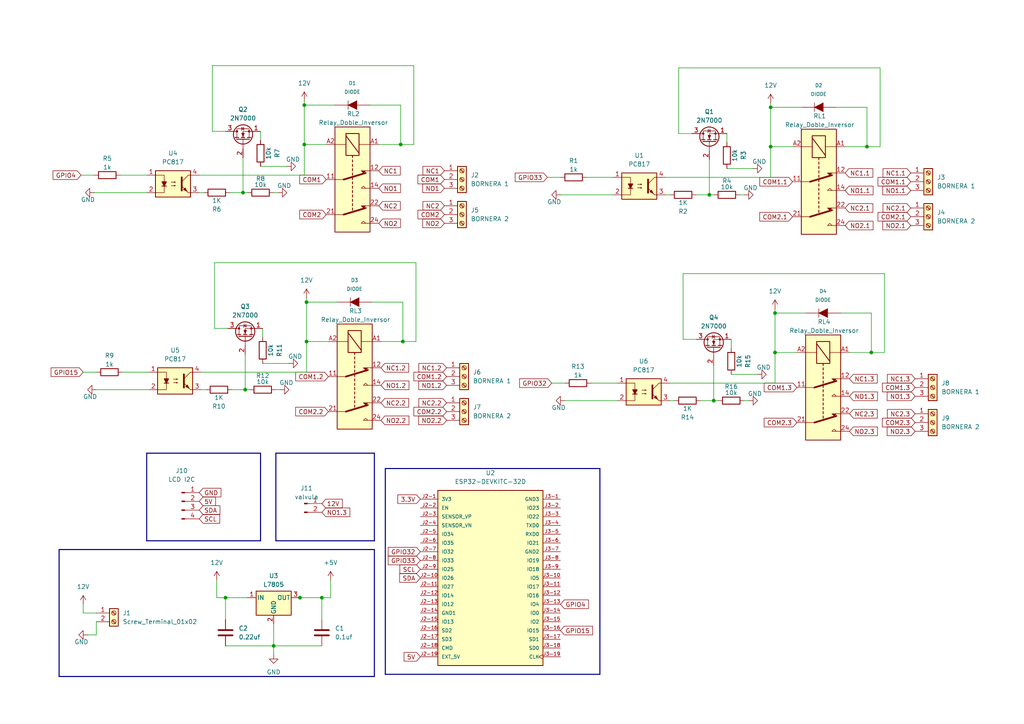
<source format=kicad_sch>
(kicad_sch (version 20231120) (generator "eeschema") (generator_version "8.0")
  (paper "A4")
  (lib_symbols
    (symbol "Connector:Conn_01x02_Pin" (pin_names (offset 1.016) hide)
      (property "Reference" "J" (at 0 2.54 0))
      (property "Value" "Conn_01x02_Pin" (at 0 -5.08 0))
      (symbol "Conn_01x02_Pin_1_1"
        (pin passive line (at 5.08 0 180) (length 3.81) (name "Pin_1") (number "1"))
        (pin passive line (at 5.08 -2.54 180) (length 3.81) (name "Pin_2") (number "2"))
      )
    )
    (symbol "Connector:Conn_01x04_Pin" (pin_names (offset 1.016) hide)
      (property "Reference" "J" (at 0 5.08 0))
      (property "Value" "Conn_01x04_Pin" (at 0 -7.62 0))
      (symbol "Conn_01x04_Pin_1_1"
        (pin passive line (at 5.08 2.54 180) (length 3.81) (name "Pin_1") (number "1"))
        (pin passive line (at 5.08 0 180) (length 3.81) (name "Pin_2") (number "2"))
        (pin passive line (at 5.08 -2.54 180) (length 3.81) (name "Pin_3") (number "3"))
        (pin passive line (at 5.08 -5.08 180) (length 3.81) (name "Pin_4") (number "4"))
      )
    )
    (symbol "Connector:Screw_Terminal_01x02" (pin_names (offset 1.016) hide)
      (property "Reference" "J" (at 0 2.54 0))
      (property "Value" "Screw_Terminal_01x02" (at 0 -5.08 0))
      (symbol "Screw_Terminal_01x02_1_1"
        (pin passive line (at -5.08 0 0) (length 3.81) (name "Pin_1") (number "1"))
        (pin passive line (at -5.08 -2.54 0) (length 3.81) (name "Pin_2") (number "2"))
      )
    )
    (symbol "Connector:Screw_Terminal_01x03" (pin_names (offset 1.016) hide)
      (property "Reference" "J" (at 0 5.08 0))
      (property "Value" "Screw_Terminal_01x03" (at 0 -5.08 0))
      (symbol "Screw_Terminal_01x03_1_1"
        (pin passive line (at -5.08 2.54 0) (length 3.81) (name "Pin_1") (number "1"))
        (pin passive line (at -5.08 0 0) (length 3.81) (name "Pin_2") (number "2"))
        (pin passive line (at -5.08 -2.54 0) (length 3.81) (name "Pin_3") (number "3"))
      )
    )
    (symbol "Device:C" (pin_numbers hide) (pin_names (offset 0.254))
      (property "Reference" "C" (at 0.635 2.54 0))
      (property "Value" "C" (at 0.635 -2.54 0))
      (symbol "C_1_1"
        (pin passive line (at 0 3.81 270) (length 2.794) (name "~") (number "1"))
        (pin passive line (at 0 -3.81 90) (length 2.794) (name "~") (number "2"))
      )
    )
    (symbol "Device:R" (pin_numbers hide) (pin_names (offset 0))
      (property "Reference" "R" (at 2.032 0 90))
      (property "Value" "R" (at 0 0 90))
      (symbol "R_1_1"
        (pin passive line (at 0 3.81 270) (length 1.27) (name "~") (number "1"))
        (pin passive line (at 0 -3.81 90) (length 1.27) (name "~") (number "2"))
      )
    )
    (symbol "EESTN5:DIODE" (pin_numbers hide) (pin_names (offset 1.016) hide)
      (property "Reference" "D" (at 0 2.54 0))
      (property "Value" "DIODE" (at 0 -2.54 0))
      (symbol "DIODE_1_1"
        (pin passive line (at -5.08 0 0) (length 3.81) (name "A") (number "1"))
        (pin passive line (at 5.08 0 180) (length 3.81) (name "K") (number "2"))
      )
    )
    (symbol "EESTN5:PC817" (pin_names (offset 1.016))
      (property "Reference" "U" (at -5.08 5.08 0))
      (property "Value" "PC817" (at 0 5.08 0))
      (symbol "PC817_1_1"
        (pin passive line (at -7.62 2.54 0) (length 2.54) (name "~") (number "1"))
        (pin passive line (at -7.62 -2.54 0) (length 2.54) (name "~") (number "2"))
        (pin passive line (at 7.62 -2.54 180) (length 2.54) (name "~") (number "3"))
        (pin passive line (at 7.62 2.54 180) (length 2.54) (name "~") (number "4"))
      )
    )
    (symbol "EESTN5:Relay_Doble_Inversor" (pin_names (offset 1.016))
      (property "Reference" "RL" (at 21.59 3.81 0))
      (property "Value" "Relay_Doble_Inversor" (at 21.59 1.27 0))
      (property "Datasheet" "http://gfinder.findernet.com//assets/Series/5/S40EN.pdf" (at 0 0 0))
      (symbol "Relay_Doble_Inversor_1_1"
        (pin passive line (at 5.08 -7.62 90) (length 2.54) (name "~") (number "11"))
        (pin passive line (at 2.54 7.62 270) (length 2.54) (name "~") (number "12"))
        (pin passive line (at 7.62 7.62 270) (length 2.54) (name "~") (number "14"))
        (pin passive line (at 15.24 -7.62 90) (length 2.54) (name "~") (number "21"))
        (pin passive line (at 12.7 7.62 270) (length 2.54) (name "~") (number "22"))
        (pin passive line (at 17.78 7.62 270) (length 2.54) (name "~") (number "24"))
        (pin passive line (at -5.08 7.62 270) (length 2.54) (name "~") (number "A1"))
        (pin passive line (at -5.08 -7.62 90) (length 2.54) (name "~") (number "A2"))
      )
    )
    (symbol "ESP32-DEVKITC-32D:ESP32-DEVKITC-32D" (pin_names (offset 1.016))
      (property "Reference" "U" (at -15.2572 26.0643 0))
      (property "Value" "ESP32-DEVKITC-32D" (at -15.2563 -27.9698 0))
      (symbol "ESP32-DEVKITC-32D_0_0"
        (pin power_in line (at -20.32 22.86 0) (length 5.08) (name "3V3") (number "J2-1"))
        (pin bidirectional line (at -20.32 0 0) (length 5.08) (name "IO26") (number "J2-10"))
        (pin bidirectional line (at -20.32 -2.54 0) (length 5.08) (name "IO27") (number "J2-11"))
        (pin bidirectional line (at -20.32 -5.08 0) (length 5.08) (name "IO14") (number "J2-12"))
        (pin bidirectional line (at -20.32 -7.62 0) (length 5.08) (name "IO12") (number "J2-13"))
        (pin power_in line (at -20.32 -10.16 0) (length 5.08) (name "GND1") (number "J2-14"))
        (pin bidirectional line (at -20.32 -12.7 0) (length 5.08) (name "IO13") (number "J2-15"))
        (pin bidirectional line (at -20.32 -15.24 0) (length 5.08) (name "SD2") (number "J2-16"))
        (pin bidirectional line (at -20.32 -17.78 0) (length 5.08) (name "SD3") (number "J2-17"))
        (pin bidirectional line (at -20.32 -20.32 0) (length 5.08) (name "CMD") (number "J2-18"))
        (pin power_in line (at -20.32 -22.86 0) (length 5.08) (name "EXT_5V") (number "J2-19"))
        (pin input line (at -20.32 20.32 0) (length 5.08) (name "EN") (number "J2-2"))
        (pin input line (at -20.32 17.78 0) (length 5.08) (name "SENSOR_VP") (number "J2-3"))
        (pin input line (at -20.32 15.24 0) (length 5.08) (name "SENSOR_VN") (number "J2-4"))
        (pin bidirectional line (at -20.32 12.7 0) (length 5.08) (name "IO34") (number "J2-5"))
        (pin bidirectional line (at -20.32 10.16 0) (length 5.08) (name "IO35") (number "J2-6"))
        (pin bidirectional line (at -20.32 7.62 0) (length 5.08) (name "IO32") (number "J2-7"))
        (pin bidirectional line (at -20.32 5.08 0) (length 5.08) (name "IO33") (number "J2-8"))
        (pin bidirectional line (at -20.32 2.54 0) (length 5.08) (name "IO25") (number "J2-9"))
        (pin power_in line (at 20.32 22.86 180) (length 5.08) (name "GND3") (number "J3-1"))
        (pin bidirectional line (at 20.32 0 180) (length 5.08) (name "IO5") (number "J3-10"))
        (pin bidirectional line (at 20.32 -2.54 180) (length 5.08) (name "IO17") (number "J3-11"))
        (pin bidirectional line (at 20.32 -5.08 180) (length 5.08) (name "IO16") (number "J3-12"))
        (pin bidirectional line (at 20.32 -7.62 180) (length 5.08) (name "IO4") (number "J3-13"))
        (pin bidirectional line (at 20.32 -10.16 180) (length 5.08) (name "IO0") (number "J3-14"))
        (pin bidirectional line (at 20.32 -12.7 180) (length 5.08) (name "IO2") (number "J3-15"))
        (pin bidirectional line (at 20.32 -15.24 180) (length 5.08) (name "IO15") (number "J3-16"))
        (pin bidirectional line (at 20.32 -17.78 180) (length 5.08) (name "SD1") (number "J3-17"))
        (pin bidirectional line (at 20.32 -20.32 180) (length 5.08) (name "SD0") (number "J3-18"))
        (pin input clock (at 20.32 -22.86 180) (length 5.08) (name "CLK") (number "J3-19"))
        (pin bidirectional line (at 20.32 20.32 180) (length 5.08) (name "IO23") (number "J3-2"))
        (pin bidirectional line (at 20.32 17.78 180) (length 5.08) (name "IO22") (number "J3-3"))
        (pin output line (at 20.32 15.24 180) (length 5.08) (name "TXD0") (number "J3-4"))
        (pin input line (at 20.32 12.7 180) (length 5.08) (name "RXD0") (number "J3-5"))
        (pin bidirectional line (at 20.32 10.16 180) (length 5.08) (name "IO21") (number "J3-6"))
        (pin power_in line (at 20.32 7.62 180) (length 5.08) (name "GND2") (number "J3-7"))
        (pin bidirectional line (at 20.32 5.08 180) (length 5.08) (name "IO19") (number "J3-8"))
        (pin bidirectional line (at 20.32 2.54 180) (length 5.08) (name "IO18") (number "J3-9"))
      )
    )
    (symbol "Regulator_Linear:L7805" (pin_names (offset 0.254))
      (property "Reference" "U" (at -3.81 3.175 0))
      (property "Value" "L7805" (at 0 3.175 0))
      (symbol "L7805_1_1"
        (pin power_in line (at -7.62 0 0) (length 2.54) (name "IN") (number "1"))
        (pin power_in line (at 0 -7.62 90) (length 2.54) (name "GND") (number "2"))
        (pin power_out line (at 7.62 0 180) (length 2.54) (name "OUT") (number "3"))
      )
    )
    (symbol "Transistor_FET:2N7000" (pin_names hide)
      (property "Reference" "Q" (at 5.08 1.905 0))
      (property "Value" "2N7000" (at 5.08 0 0))
      (symbol "2N7000_1_1"
        (pin passive line (at 2.54 -5.08 90) (length 2.54) (name "S") (number "1"))
        (pin input line (at -5.08 0 0) (length 2.54) (name "G") (number "2"))
        (pin passive line (at 2.54 5.08 270) (length 2.54) (name "D") (number "3"))
      )
    )
    (symbol "power:+5V" (power) (pin_numbers hide) (pin_names (offset 0) hide)
      (property "Value" "+5V" (at 0 3.556 0))
      (symbol "+5V_1_1"
        (pin power_in line (at 0 0 90) (length 0) (name "~") (number "1"))
      )
    )
    (symbol "power:GND" (power) (pin_numbers hide) (pin_names (offset 0) hide)
      (property "Value" "GND" (at 0 -3.81 0))
      (symbol "GND_1_1"
        (pin power_in line (at 0 0 270) (length 0) (name "~") (number "1"))
      )
    )
    (symbol "power:VCC" (power) (pin_numbers hide) (pin_names (offset 0) hide)
      (property "Value" "VCC" (at 0 3.556 0))
      (symbol "VCC_1_1"
        (pin power_in line (at 0 0 90) (length 0) (name "~") (number "1"))
      )
    )
  )
  (junction (at 224.79 90.805))
  (junction (at 252.73 102.235))
  (junction (at 71.12 113.03))
  (junction (at 205.74 56.515))
  (junction (at 116.84 99.06))
  (junction (at 88.9 99.06))
  (junction (at 70.485 55.88))
  (junction (at 207.01 116.205))
  (junction (at 88.9 87.63))
  (junction (at 251.46 42.545))
  (junction (at 86.995 173.355))
  (junction (at 223.52 42.545))
  (junction (at 116.205 41.91))
  (junction (at 224.79 102.235))
  (junction (at 79.375 187.325))
  (junction (at 65.405 173.355))
  (junction (at 223.52 31.115))
  (junction (at 88.265 41.91))
  (junction (at 88.265 30.48))
  (junction (at 93.345 173.355))
  (wire (pts (xy 214.63 56.515) (xy 215.9 56.515)))
  (bus (pts (xy 108.585 156.845) (xy 108.585 131.445)))
  (wire (pts (xy 57.785 55.88) (xy 59.055 55.88)))
  (wire (pts (xy 255.27 19.685) (xy 255.27 42.545)))
  (wire (pts (xy 83.82 105.41) (xy 76.2 105.41)))
  (wire (pts (xy 203.2 116.205) (xy 207.01 116.205)))
  (wire (pts (xy 163.83 116.205) (xy 179.07 116.205)))
  (wire (pts (xy 94.615 41.91) (xy 88.265 41.91)))
  (wire (pts (xy 233.68 90.805) (xy 224.79 90.805)))
  (wire (pts (xy 251.46 42.545) (xy 251.46 31.115)))
  (bus (pts (xy 42.545 156.845) (xy 75.565 156.845)))
  (wire (pts (xy 232.41 31.115) (xy 223.52 31.115)))
  (wire (pts (xy 58.42 113.03) (xy 59.69 113.03)))
  (bus (pts (xy 108.585 196.215) (xy 17.145 196.215)))
  (wire (pts (xy 70.485 55.88) (xy 71.755 55.88)))
  (wire (pts (xy 97.79 87.63) (xy 88.9 87.63)))
  (wire (pts (xy 120.65 76.2) (xy 120.65 99.06)))
  (bus (pts (xy 108.585 159.385) (xy 108.585 196.215)))
  (wire (pts (xy 65.405 173.355) (xy 71.755 173.355)))
  (wire (pts (xy 207.01 116.205) (xy 208.28 116.205)))
  (wire (pts (xy 24.13 177.8) (xy 24.13 175.26)))
  (wire (pts (xy 88.265 30.48) (xy 88.265 41.91)))
  (bus (pts (xy 111.76 135.89) (xy 173.99 135.89)))
  (wire (pts (xy 27.94 107.95) (xy 24.13 107.95)))
  (wire (pts (xy 196.85 19.685) (xy 255.27 19.685)))
  (wire (pts (xy 62.23 76.2) (xy 62.23 95.25)))
  (wire (pts (xy 27.94 184.15) (xy 25.4 184.15)))
  (wire (pts (xy 205.74 56.515) (xy 207.01 56.515)))
  (wire (pts (xy 210.82 41.275) (xy 210.82 38.735)))
  (bus (pts (xy 173.99 135.89) (xy 173.99 195.58)))
  (wire (pts (xy 163.83 111.125) (xy 160.02 111.125)))
  (wire (pts (xy 62.23 76.2) (xy 120.65 76.2)))
  (wire (pts (xy 88.9 99.06) (xy 88.9 107.95)))
  (wire (pts (xy 194.31 111.125) (xy 224.79 111.125)))
  (wire (pts (xy 120.65 99.06) (xy 116.84 99.06)))
  (wire (pts (xy 88.265 41.91) (xy 88.265 50.8)))
  (wire (pts (xy 27.305 50.8) (xy 23.495 50.8)))
  (wire (pts (xy 79.375 180.975) (xy 79.375 187.325)))
  (wire (pts (xy 65.405 173.355) (xy 65.405 179.705)))
  (wire (pts (xy 27.94 113.03) (xy 43.18 113.03)))
  (wire (pts (xy 223.52 29.845) (xy 223.52 31.115)))
  (wire (pts (xy 61.595 19.05) (xy 120.015 19.05)))
  (wire (pts (xy 35.56 107.95) (xy 43.18 107.95)))
  (bus (pts (xy 17.145 196.215) (xy 17.145 159.385)))
  (wire (pts (xy 252.73 102.235) (xy 252.73 90.805)))
  (wire (pts (xy 171.45 111.125) (xy 179.07 111.125)))
  (wire (pts (xy 70.485 55.88) (xy 70.485 45.72)))
  (wire (pts (xy 116.84 99.06) (xy 116.84 87.63)))
  (bus (pts (xy 108.585 131.445) (xy 80.01 131.445)))
  (wire (pts (xy 162.56 51.435) (xy 158.75 51.435)))
  (wire (pts (xy 231.14 102.235) (xy 224.79 102.235)))
  (bus (pts (xy 111.76 195.58) (xy 111.76 135.89)))
  (wire (pts (xy 97.155 30.48) (xy 88.265 30.48)))
  (wire (pts (xy 95.885 173.355) (xy 95.885 168.275)))
  (wire (pts (xy 120.015 41.91) (xy 116.205 41.91)))
  (wire (pts (xy 79.375 187.325) (xy 93.345 187.325)))
  (wire (pts (xy 252.73 90.805) (xy 243.84 90.805)))
  (wire (pts (xy 193.04 56.515) (xy 194.31 56.515)))
  (wire (pts (xy 27.305 55.88) (xy 42.545 55.88)))
  (wire (pts (xy 85.725 173.355) (xy 86.995 173.355)))
  (wire (pts (xy 34.925 50.8) (xy 42.545 50.8)))
  (bus (pts (xy 80.01 156.845) (xy 108.585 156.845)))
  (wire (pts (xy 95.25 99.06) (xy 88.9 99.06)))
  (wire (pts (xy 252.73 102.235) (xy 246.38 102.235)))
  (wire (pts (xy 201.93 98.425) (xy 198.12 98.425)))
  (wire (pts (xy 215.9 116.205) (xy 217.17 116.205)))
  (wire (pts (xy 116.205 41.91) (xy 116.205 30.48)))
  (wire (pts (xy 219.71 108.585) (xy 212.09 108.585)))
  (wire (pts (xy 61.595 19.05) (xy 61.595 38.1)))
  (wire (pts (xy 27.94 180.34) (xy 27.94 184.15)))
  (wire (pts (xy 93.345 173.355) (xy 93.345 179.705)))
  (bus (pts (xy 173.99 195.58) (xy 111.76 195.58)))
  (wire (pts (xy 76.2 97.79) (xy 76.2 95.25)))
  (wire (pts (xy 88.9 87.63) (xy 88.9 99.06)))
  (wire (pts (xy 27.94 177.8) (xy 24.13 177.8)))
  (wire (pts (xy 198.12 79.375) (xy 198.12 98.425)))
  (wire (pts (xy 205.74 56.515) (xy 205.74 46.355)))
  (wire (pts (xy 62.865 173.355) (xy 65.405 173.355)))
  (wire (pts (xy 256.54 102.235) (xy 252.73 102.235)))
  (wire (pts (xy 88.265 29.21) (xy 88.265 30.48)))
  (bus (pts (xy 80.01 131.445) (xy 80.01 156.845)))
  (wire (pts (xy 116.205 30.48) (xy 107.315 30.48)))
  (wire (pts (xy 116.84 99.06) (xy 110.49 99.06)))
  (wire (pts (xy 116.84 87.63) (xy 107.95 87.63)))
  (wire (pts (xy 66.675 55.88) (xy 70.485 55.88)))
  (wire (pts (xy 116.205 41.91) (xy 109.855 41.91)))
  (bus (pts (xy 75.565 131.445) (xy 42.545 131.445)))
  (wire (pts (xy 212.09 100.965) (xy 212.09 98.425)))
  (wire (pts (xy 201.93 56.515) (xy 205.74 56.515)))
  (wire (pts (xy 88.9 86.36) (xy 88.9 87.63)))
  (wire (pts (xy 93.345 173.355) (xy 95.885 173.355)))
  (wire (pts (xy 67.31 113.03) (xy 71.12 113.03)))
  (wire (pts (xy 194.31 116.205) (xy 195.58 116.205)))
  (wire (pts (xy 75.565 40.64) (xy 75.565 38.1)))
  (wire (pts (xy 162.56 56.515) (xy 177.8 56.515)))
  (wire (pts (xy 193.04 51.435) (xy 223.52 51.435)))
  (wire (pts (xy 71.12 113.03) (xy 72.39 113.03)))
  (wire (pts (xy 224.79 89.535) (xy 224.79 90.805)))
  (wire (pts (xy 86.995 173.355) (xy 93.345 173.355)))
  (wire (pts (xy 224.79 102.235) (xy 224.79 111.125)))
  (wire (pts (xy 65.405 187.325) (xy 79.375 187.325)))
  (wire (pts (xy 223.52 42.545) (xy 223.52 51.435)))
  (wire (pts (xy 255.27 42.545) (xy 251.46 42.545)))
  (wire (pts (xy 223.52 31.115) (xy 223.52 42.545)))
  (wire (pts (xy 66.04 95.25) (xy 62.23 95.25)))
  (wire (pts (xy 170.18 51.435) (xy 177.8 51.435)))
  (wire (pts (xy 71.12 113.03) (xy 71.12 102.87)))
  (wire (pts (xy 62.865 168.275) (xy 62.865 173.355)))
  (wire (pts (xy 57.785 50.8) (xy 88.265 50.8)))
  (wire (pts (xy 224.79 90.805) (xy 224.79 102.235)))
  (wire (pts (xy 58.42 107.95) (xy 88.9 107.95)))
  (wire (pts (xy 256.54 79.375) (xy 256.54 102.235)))
  (wire (pts (xy 198.12 79.375) (xy 256.54 79.375)))
  (bus (pts (xy 75.565 156.845) (xy 75.565 131.445)))
  (wire (pts (xy 79.375 55.88) (xy 80.645 55.88)))
  (wire (pts (xy 80.01 113.03) (xy 81.28 113.03)))
  (wire (pts (xy 251.46 42.545) (xy 245.11 42.545)))
  (bus (pts (xy 17.145 159.385) (xy 108.585 159.385)))
  (wire (pts (xy 83.185 48.26) (xy 75.565 48.26)))
  (wire (pts (xy 200.66 38.735) (xy 196.85 38.735)))
  (wire (pts (xy 79.375 187.325) (xy 79.375 189.865)))
  (wire (pts (xy 120.015 19.05) (xy 120.015 41.91)))
  (wire (pts (xy 218.44 48.895) (xy 210.82 48.895)))
  (wire (pts (xy 229.87 42.545) (xy 223.52 42.545)))
  (wire (pts (xy 65.405 38.1) (xy 61.595 38.1)))
  (wire (pts (xy 196.85 19.685) (xy 196.85 38.735)))
  (wire (pts (xy 207.01 116.205) (xy 207.01 106.045)))
  (wire (pts (xy 251.46 31.115) (xy 242.57 31.115)))
  (bus (pts (xy 42.545 131.445) (xy 42.545 156.845)))
  (global_label "NO1" (shape input) (at 128.905 54.61 180) (property "Intersheetrefs" "${INTERSHEET_REFS}" (effects (hide yes))))
  (global_label "SDA" (shape input) (at 121.92 167.64 180) (property "Intersheetrefs" "${INTERSHEET_REFS}" (effects (hide yes))))
  (global_label "COM1.1" (shape input) (at 264.16 52.705 180) (property "Intersheetrefs" "${INTERSHEET_REFS}" (effects (hide yes))))
  (global_label "COM2.3" (shape input) (at 265.43 122.555 180) (property "Intersheetrefs" "${INTERSHEET_REFS}" (effects (hide yes))))
  (global_label "COM1.3" (shape input) (at 231.14 112.395 180) (property "Intersheetrefs" "${INTERSHEET_REFS}" (effects (hide yes))))
  (global_label "NO1.3" (shape input) (at 265.43 114.935 180) (property "Intersheetrefs" "${INTERSHEET_REFS}" (effects (hide yes))))
  (global_label "COM2.2" (shape input) (at 95.25 119.38 180) (property "Intersheetrefs" "${INTERSHEET_REFS}" (effects (hide yes))))
  (global_label "COM1" (shape input) (at 128.905 52.07 180) (property "Intersheetrefs" "${INTERSHEET_REFS}" (effects (hide yes))))
  (global_label "NC2.3" (shape input) (at 246.38 120.015 0) (property "Intersheetrefs" "${INTERSHEET_REFS}" (effects (hide yes))))
  (global_label "NO2.2" (shape input) (at 110.49 121.92 0) (property "Intersheetrefs" "${INTERSHEET_REFS}" (effects (hide yes))))
  (global_label "GPIO4" (shape input) (at 162.56 175.26 0) (property "Intersheetrefs" "${INTERSHEET_REFS}" (effects (hide yes))))
  (global_label "GPIO15" (shape input) (at 162.56 182.88 0) (property "Intersheetrefs" "${INTERSHEET_REFS}" (effects (hide yes))))
  (global_label "SCL" (shape input) (at 57.785 150.495 0) (property "Intersheetrefs" "${INTERSHEET_REFS}" (effects (hide yes))))
  (global_label "NC1.2" (shape input) (at 129.54 106.68 180) (property "Intersheetrefs" "${INTERSHEET_REFS}" (effects (hide yes))))
  (global_label "5V" (shape input) (at 57.785 145.415 0) (property "Intersheetrefs" "${INTERSHEET_REFS}" (effects (hide yes))))
  (global_label "COM2" (shape input) (at 94.615 62.23 180) (property "Intersheetrefs" "${INTERSHEET_REFS}" (effects (hide yes))))
  (global_label "GPIO33" (shape input) (at 158.75 51.435 180) (property "Intersheetrefs" "${INTERSHEET_REFS}" (effects (hide yes))))
  (global_label "NC2.2" (shape input) (at 129.54 116.84 180) (property "Intersheetrefs" "${INTERSHEET_REFS}" (effects (hide yes))))
  (global_label "NO2" (shape input) (at 109.855 64.77 0) (property "Intersheetrefs" "${INTERSHEET_REFS}" (effects (hide yes))))
  (global_label "NC1.3" (shape input) (at 246.38 109.855 0) (property "Intersheetrefs" "${INTERSHEET_REFS}" (effects (hide yes))))
  (global_label "COM2.1" (shape input) (at 264.16 62.865 180) (property "Intersheetrefs" "${INTERSHEET_REFS}" (effects (hide yes))))
  (global_label "NC1" (shape input) (at 128.905 49.53 180) (property "Intersheetrefs" "${INTERSHEET_REFS}" (effects (hide yes))))
  (global_label "GPIO32" (shape input) (at 121.92 160.02 180) (property "Intersheetrefs" "${INTERSHEET_REFS}" (effects (hide yes))))
  (global_label "NO2.2" (shape input) (at 129.54 121.92 180) (property "Intersheetrefs" "${INTERSHEET_REFS}" (effects (hide yes))))
  (global_label "COM2.3" (shape input) (at 231.14 122.555 180) (property "Intersheetrefs" "${INTERSHEET_REFS}" (effects (hide yes))))
  (global_label "COM1.3" (shape input) (at 265.43 112.395 180) (property "Intersheetrefs" "${INTERSHEET_REFS}" (effects (hide yes))))
  (global_label "NO1.2" (shape input) (at 129.54 111.76 180) (property "Intersheetrefs" "${INTERSHEET_REFS}" (effects (hide yes))))
  (global_label "NC1.1" (shape input) (at 245.11 50.165 0) (property "Intersheetrefs" "${INTERSHEET_REFS}" (effects (hide yes))))
  (global_label "12V" (shape input) (at 93.345 146.05 0) (property "Intersheetrefs" "${INTERSHEET_REFS}" (effects (hide yes))))
  (global_label "5V" (shape input) (at 121.92 190.5 180) (property "Intersheetrefs" "${INTERSHEET_REFS}" (effects (hide yes))))
  (global_label "COM2.2" (shape input) (at 129.54 119.38 180) (property "Intersheetrefs" "${INTERSHEET_REFS}" (effects (hide yes))))
  (global_label "COM2.1" (shape input) (at 229.87 62.865 180) (property "Intersheetrefs" "${INTERSHEET_REFS}" (effects (hide yes))))
  (global_label "COM1" (shape input) (at 94.615 52.07 180) (property "Intersheetrefs" "${INTERSHEET_REFS}" (effects (hide yes))))
  (global_label "NC2" (shape input) (at 109.855 59.69 0) (property "Intersheetrefs" "${INTERSHEET_REFS}" (effects (hide yes))))
  (global_label "NO1.1" (shape input) (at 245.11 55.245 0) (property "Intersheetrefs" "${INTERSHEET_REFS}" (effects (hide yes))))
  (global_label "COM1.2" (shape input) (at 95.25 109.22 180) (property "Intersheetrefs" "${INTERSHEET_REFS}" (effects (hide yes))))
  (global_label "NC2.1" (shape input) (at 264.16 60.325 180) (property "Intersheetrefs" "${INTERSHEET_REFS}" (effects (hide yes))))
  (global_label "NC1.1" (shape input) (at 264.16 50.165 180) (property "Intersheetrefs" "${INTERSHEET_REFS}" (effects (hide yes))))
  (global_label "GPIO15" (shape input) (at 24.13 107.95 180) (property "Intersheetrefs" "${INTERSHEET_REFS}" (effects (hide yes))))
  (global_label "NC2.1" (shape input) (at 245.11 60.325 0) (property "Intersheetrefs" "${INTERSHEET_REFS}" (effects (hide yes))))
  (global_label "SDA" (shape input) (at 57.785 147.955 0) (property "Intersheetrefs" "${INTERSHEET_REFS}" (effects (hide yes))))
  (global_label "NC2.3" (shape input) (at 265.43 120.015 180) (property "Intersheetrefs" "${INTERSHEET_REFS}" (effects (hide yes))))
  (global_label "NO2.3" (shape input) (at 265.43 125.095 180) (property "Intersheetrefs" "${INTERSHEET_REFS}" (effects (hide yes))))
  (global_label "3.3V" (shape input) (at 121.92 144.78 180) (property "Intersheetrefs" "${INTERSHEET_REFS}" (effects (hide yes))))
  (global_label "COM1.1" (shape input) (at 229.87 52.705 180) (property "Intersheetrefs" "${INTERSHEET_REFS}" (effects (hide yes))))
  (global_label "NO1.1" (shape input) (at 264.16 55.245 180) (property "Intersheetrefs" "${INTERSHEET_REFS}" (effects (hide yes))))
  (global_label "NC1" (shape input) (at 109.855 49.53 0) (property "Intersheetrefs" "${INTERSHEET_REFS}" (effects (hide yes))))
  (global_label "NC1.2" (shape input) (at 110.49 106.68 0) (property "Intersheetrefs" "${INTERSHEET_REFS}" (effects (hide yes))))
  (global_label "NO1" (shape input) (at 109.855 54.61 0) (property "Intersheetrefs" "${INTERSHEET_REFS}" (effects (hide yes))))
  (global_label "GPIO32" (shape input) (at 160.02 111.125 180) (property "Intersheetrefs" "${INTERSHEET_REFS}" (effects (hide yes))))
  (global_label "NC2.2" (shape input) (at 110.49 116.84 0) (property "Intersheetrefs" "${INTERSHEET_REFS}" (effects (hide yes))))
  (global_label "NO2.1" (shape input) (at 264.16 65.405 180) (property "Intersheetrefs" "${INTERSHEET_REFS}" (effects (hide yes))))
  (global_label "COM1.2" (shape input) (at 129.54 109.22 180) (property "Intersheetrefs" "${INTERSHEET_REFS}" (effects (hide yes))))
  (global_label "NO1.2" (shape input) (at 110.49 111.76 0) (property "Intersheetrefs" "${INTERSHEET_REFS}" (effects (hide yes))))
  (global_label "NO2.3" (shape input) (at 246.38 125.095 0) (property "Intersheetrefs" "${INTERSHEET_REFS}" (effects (hide yes))))
  (global_label "GPIO4" (shape input) (at 23.495 50.8 180) (property "Intersheetrefs" "${INTERSHEET_REFS}" (effects (hide yes))))
  (global_label "GPIO33" (shape input) (at 121.92 162.56 180) (property "Intersheetrefs" "${INTERSHEET_REFS}" (effects (hide yes))))
  (global_label "SCL" (shape input) (at 121.92 165.1 180) (property "Intersheetrefs" "${INTERSHEET_REFS}" (effects (hide yes))))
  (global_label "NO1.3" (shape input) (at 246.38 114.935 0) (property "Intersheetrefs" "${INTERSHEET_REFS}" (effects (hide yes))))
  (global_label "NC2" (shape input) (at 128.905 59.69 180) (property "Intersheetrefs" "${INTERSHEET_REFS}" (effects (hide yes))))
  (global_label "GND" (shape input) (at 57.785 142.875 0) (property "Intersheetrefs" "${INTERSHEET_REFS}" (effects (hide yes))))
  (global_label "NO2.1" (shape input) (at 245.11 65.405 0) (property "Intersheetrefs" "${INTERSHEET_REFS}" (effects (hide yes))))
  (global_label "NC1.3" (shape input) (at 265.43 109.855 180) (property "Intersheetrefs" "${INTERSHEET_REFS}" (effects (hide yes))))
  (global_label "COM2" (shape input) (at 128.905 62.23 180) (property "Intersheetrefs" "${INTERSHEET_REFS}" (effects (hide yes))))
  (global_label "NO1.3" (shape input) (at 93.345 148.59 0) (property "Intersheetrefs" "${INTERSHEET_REFS}" (effects (hide yes))))
  (global_label "NO2" (shape input) (at 128.905 64.77 180) (property "Intersheetrefs" "${INTERSHEET_REFS}" (effects (hide yes))))
  (symbol (lib_id "power:GND") (at 81.28 113.03 90) (unit 1)
    (property "Reference" "#PWR015" (effects (hide yes)))
    (property "Value" "GND" (at 81.026 110.998 90) (effects (justify right)))
    (property "Description" "Power symbol creates a global label with name \"GND\" , ground" (effects (hide yes)))
  )
  (symbol (lib_id "Device:R") (at 75.565 44.45 0) (unit 1)
    (property "Reference" "R7" (at 80.391 44.45 90))
    (property "Value" "10k" (at 77.851 44.45 90))
    (property "Footprint" "Resistor_SMD:R_0805_2012Metric" (effects (hide yes)))
    (property "Description" "Resistor" (effects (hide yes)))
  )
  (symbol (lib_id "Transistor_FET:2N7000") (at 207.01 100.965 90) (unit 1)
    (property "Reference" "Q4" (at 207.01 92.075 90))
    (property "Value" "2N7000" (at 207.01 94.615 90))
    (property "Footprint" "Package_TO_SOT_THT:TO-92_Inline" (effects (hide yes)))
    (property "Datasheet" "https://www.vishay.com/docs/70226/70226.pdf" (effects (hide yes)))
    (property "Description" "0.2A Id, 200V Vds, N-Channel MOSFET, 2.6V Logic Level, TO-92" (effects (hide yes)))
  )
  (symbol (lib_id "Regulator_Linear:L7805") (at 79.375 173.355 0) (unit 1)
    (property "Reference" "U3" (at 79.375 167.005 0))
    (property "Value" "L7805" (at 79.375 169.545 0))
    (property "Footprint" "Package_TO_SOT_THT:TO-220-3_Vertical" (effects (hide yes)))
    (property "Datasheet" "http://www.st.com/content/ccc/resource/technical/document/datasheet/41/4f/b3/b0/12/d4/47/88/CD00000444.pdf/files/CD00000444.pdf/jcr:content/translations/en.CD00000444.pdf" (effects (hide yes)))
    (property "Description" "Positive 1.5A 35V Linear Regulator, Fixed Output 5V, TO-220/TO-263/TO-252" (effects (hide yes)))
  )
  (symbol (lib_id "EESTN5:Relay_Doble_Inversor") (at 237.49 47.625 270) (unit 1)
    (property "Reference" "RL1" (at 237.744 33.655 90))
    (property "Value" "Relay_Doble_Inversor" (at 237.744 36.195 90))
    (property "Footprint" "Relay_THT:Relay_DPDT_Schrack-RT2-FormC_RM5mm" (effects (hide yes)))
    (property "Datasheet" "http://gfinder.findernet.com//assets/Series/5/S40EN.pdf" (effects (hide yes)))
    (property "Description" "FINDER 40.52, Dual Pole Relay, 5mm Pitch, 8A" (effects (hide yes)))
  )
  (symbol (lib_id "Connector:Screw_Terminal_01x03") (at 134.62 119.38 0) (unit 1)
    (property "Reference" "J7" (at 137.16 118.1099 0) (effects (justify left)))
    (property "Value" "BORNERA 2" (at 137.16 120.6499 0) (effects (justify left)))
    (property "Footprint" "TerminalBlock:TerminalBlock_bornier-3_P5.08mm" (effects (hide yes)))
    (property "Description" "Generic screw terminal, single row, 01x03, script generated (kicad-library-utils/schlib/autogen/connector/)" (effects (hide yes)))
  )
  (symbol (lib_id "power:GND") (at 217.17 116.205 90) (unit 1)
    (property "Reference" "#PWR019" (effects (hide yes)))
    (property "Value" "GND" (at 216.916 114.173 90) (effects (justify right)))
    (property "Description" "Power symbol creates a global label with name \"GND\" , ground" (effects (hide yes)))
  )
  (symbol (lib_id "power:+5V") (at 95.885 168.275 0) (unit 1)
    (property "Reference" "#PWR06" (effects (hide yes)))
    (property "Value" "+5V" (at 95.885 163.195 0))
    (property "Description" "Power symbol creates a global label with name \"+5V\"" (effects (hide yes)))
  )
  (symbol (lib_id "power:VCC") (at 223.52 29.845 0) (unit 1)
    (property "Reference" "#PWR04" (effects (hide yes)))
    (property "Value" "12V" (at 223.52 24.765 0))
    (property "Description" "Power symbol creates a global label with name \"VCC\"" (effects (hide yes)))
  )
  (symbol (lib_id "power:VCC") (at 224.79 89.535 0) (unit 1)
    (property "Reference" "#PWR021" (effects (hide yes)))
    (property "Value" "12V" (at 224.79 84.455 0))
    (property "Description" "Power symbol creates a global label with name \"VCC\"" (effects (hide yes)))
  )
  (symbol (lib_id "Device:R") (at 212.09 116.205 90) (unit 1)
    (property "Reference" "R16" (at 212.09 112.141 90))
    (property "Value" "10k" (at 212.09 113.919 90))
    (property "Footprint" "Resistor_SMD:R_0805_2012Metric" (effects (hide yes)))
    (property "Description" "Resistor" (effects (hide yes)))
  )
  (symbol (lib_id "power:GND") (at 79.375 189.865 0) (unit 1)
    (property "Reference" "#PWR03" (effects (hide yes)))
    (property "Value" "GND" (at 79.375 194.945 0))
    (property "Description" "Power symbol creates a global label with name \"GND\" , ground" (effects (hide yes)))
  )
  (symbol (lib_id "Device:R") (at 167.64 111.125 90) (unit 1)
    (property "Reference" "R13" (at 167.64 106.299 90))
    (property "Value" "1k" (at 167.64 108.839 90))
    (property "Footprint" "Resistor_SMD:R_0805_2012Metric" (effects (hide yes)))
    (property "Description" "Resistor" (effects (hide yes)))
  )
  (symbol (lib_id "power:GND") (at 83.82 105.41 90) (unit 1)
    (property "Reference" "#PWR016" (effects (hide yes)))
    (property "Value" "GND" (at 83.566 103.378 90) (effects (justify right)))
    (property "Description" "Power symbol creates a global label with name \"GND\" , ground" (effects (hide yes)))
  )
  (symbol (lib_id "Device:R") (at 198.12 56.515 270) (unit 1)
    (property "Reference" "R2" (at 198.12 61.341 90))
    (property "Value" "1K" (at 198.12 58.801 90))
    (property "Footprint" "Resistor_SMD:R_0805_2012Metric" (effects (hide yes)))
    (property "Description" "Resistor" (effects (hide yes)))
  )
  (symbol (lib_id "power:GND") (at 27.305 55.88 270) (unit 1)
    (property "Reference" "#PWR010" (effects (hide yes)))
    (property "Value" "GND" (at 27.559 57.912 90) (effects (justify right)))
    (property "Description" "Power symbol creates a global label with name \"GND\" , ground" (effects (hide yes)))
  )
  (symbol (lib_id "Device:R") (at 63.5 113.03 270) (unit 1)
    (property "Reference" "R10" (at 63.5 117.856 90))
    (property "Value" "1K" (at 63.5 115.316 90))
    (property "Footprint" "Resistor_SMD:R_0805_2012Metric" (effects (hide yes)))
    (property "Description" "Resistor" (effects (hide yes)))
  )
  (symbol (lib_id "Connector:Screw_Terminal_01x03") (at 134.62 109.22 0) (unit 1)
    (property "Reference" "J6" (at 137.16 107.9499 0) (effects (justify left)))
    (property "Value" "BORNERA 1" (at 137.16 110.4899 0) (effects (justify left)))
    (property "Footprint" "TerminalBlock:TerminalBlock_bornier-3_P5.08mm" (effects (hide yes)))
    (property "Description" "Generic screw terminal, single row, 01x03, script generated (kicad-library-utils/schlib/autogen/connector/)" (effects (hide yes)))
  )
  (symbol (lib_id "Device:C") (at 93.345 183.515 0) (unit 1)
    (property "Reference" "C1" (at 97.155 182.2449 0) (effects (justify left)))
    (property "Value" "0.1uf" (at 97.155 184.7849 0) (effects (justify left)))
    (property "Footprint" "Capacitor_THT:C_Disc_D5.0mm_W2.5mm_P2.50mm" (effects (hide yes)))
    (property "Description" "Unpolarized capacitor" (effects (hide yes)))
  )
  (symbol (lib_id "power:GND") (at 218.44 48.895 90) (unit 1)
    (property "Reference" "#PWR02" (effects (hide yes)))
    (property "Value" "GND" (at 218.186 46.863 90) (effects (justify right)))
    (property "Description" "Power symbol creates a global label with name \"GND\" , ground" (effects (hide yes)))
  )
  (symbol (lib_id "power:GND") (at 219.71 108.585 90) (unit 1)
    (property "Reference" "#PWR020" (effects (hide yes)))
    (property "Value" "GND" (at 219.456 106.553 90) (effects (justify right)))
    (property "Description" "Power symbol creates a global label with name \"GND\" , ground" (effects (hide yes)))
  )
  (symbol (lib_id "power:GND") (at 215.9 56.515 90) (unit 1)
    (property "Reference" "#PWR01" (effects (hide yes)))
    (property "Value" "GND" (at 215.646 54.483 90) (effects (justify right)))
    (property "Description" "Power symbol creates a global label with name \"GND\" , ground" (effects (hide yes)))
  )
  (symbol (lib_id "Connector:Conn_01x04_Pin") (at 52.705 145.415 0) (unit 1)
    (property "Reference" "J10" (at 52.705 136.525 0))
    (property "Value" "LCD I2C" (at 52.705 139.065 0))
    (property "Footprint" "EESTN5:pin_strip_4" (effects (hide yes)))
    (property "Description" "Generic connector, single row, 01x04, script generated" (effects (hide yes)))
  )
  (symbol (lib_id "EESTN5:Relay_Doble_Inversor") (at 238.76 107.315 270) (unit 1)
    (property "Reference" "RL4" (at 239.014 93.345 90))
    (property "Value" "Relay_Doble_Inversor" (at 239.014 95.885 90))
    (property "Footprint" "Relay_THT:Relay_DPDT_Schrack-RT2-FormC_RM5mm" (effects (hide yes)))
    (property "Datasheet" "http://gfinder.findernet.com//assets/Series/5/S40EN.pdf" (effects (hide yes)))
    (property "Description" "FINDER 40.52, Dual Pole Relay, 5mm Pitch, 8A" (effects (hide yes)))
  )
  (symbol (lib_id "Device:R") (at 166.37 51.435 90) (unit 1)
    (property "Reference" "R1" (at 166.37 46.609 90))
    (property "Value" "1k" (at 166.37 49.149 90))
    (property "Footprint" "Resistor_SMD:R_0805_2012Metric" (effects (hide yes)))
    (property "Description" "Resistor" (effects (hide yes)))
  )
  (symbol (lib_id "Transistor_FET:2N7000") (at 205.74 41.275 90) (unit 1)
    (property "Reference" "Q1" (at 205.74 32.385 90))
    (property "Value" "2N7000" (at 205.74 34.925 90))
    (property "Footprint" "Package_TO_SOT_THT:TO-92_Inline" (effects (hide yes)))
    (property "Datasheet" "https://www.vishay.com/docs/70226/70226.pdf" (effects (hide yes)))
    (property "Description" "0.2A Id, 200V Vds, N-Channel MOSFET, 2.6V Logic Level, TO-92" (effects (hide yes)))
  )
  (symbol (lib_id "EESTN5:Relay_Doble_Inversor") (at 102.87 104.14 270) (unit 1)
    (property "Reference" "RL3" (at 103.124 90.17 90))
    (property "Value" "Relay_Doble_Inversor" (at 103.124 92.71 90))
    (property "Footprint" "Relay_THT:Relay_DPDT_Schrack-RT2-FormC_RM5mm" (effects (hide yes)))
    (property "Datasheet" "http://gfinder.findernet.com//assets/Series/5/S40EN.pdf" (effects (hide yes)))
    (property "Description" "FINDER 40.52, Dual Pole Relay, 5mm Pitch, 8A" (effects (hide yes)))
  )
  (symbol (lib_id "power:VCC") (at 88.9 86.36 0) (unit 1)
    (property "Reference" "#PWR017" (effects (hide yes)))
    (property "Value" "12V" (at 88.9 81.28 0))
    (property "Description" "Power symbol creates a global label with name \"VCC\"" (effects (hide yes)))
  )
  (symbol (lib_id "Connector:Conn_01x02_Pin") (at 88.265 146.05 0) (unit 1)
    (property "Reference" "J11" (at 88.9 141.605 0))
    (property "Value" "valvula" (at 88.9 144.145 0))
    (property "Footprint" "Connector_PinHeader_2.54mm:PinHeader_1x02_P2.54mm_Vertical" (effects (hide yes)))
    (property "Description" "Generic connector, single row, 01x02, script generated" (effects (hide yes)))
  )
  (symbol (lib_id "Connector:Screw_Terminal_01x03") (at 270.51 122.555 0) (unit 1)
    (property "Reference" "J9" (at 273.05 121.2849 0) (effects (justify left)))
    (property "Value" "BORNERA 2" (at 273.05 123.8249 0) (effects (justify left)))
    (property "Footprint" "TerminalBlock:TerminalBlock_bornier-3_P5.08mm" (effects (hide yes)))
    (property "Description" "Generic screw terminal, single row, 01x03, script generated (kicad-library-utils/schlib/autogen/connector/)" (effects (hide yes)))
  )
  (symbol (lib_id "Transistor_FET:2N7000") (at 71.12 97.79 90) (unit 1)
    (property "Reference" "Q3" (at 71.12 88.9 90))
    (property "Value" "2N7000" (at 71.12 91.44 90))
    (property "Footprint" "Package_TO_SOT_THT:TO-92_Inline" (effects (hide yes)))
    (property "Datasheet" "https://www.vishay.com/docs/70226/70226.pdf" (effects (hide yes)))
    (property "Description" "0.2A Id, 200V Vds, N-Channel MOSFET, 2.6V Logic Level, TO-92" (effects (hide yes)))
  )
  (symbol (lib_id "power:VCC") (at 24.13 175.26 0) (unit 1)
    (property "Reference" "#PWR08" (effects (hide yes)))
    (property "Value" "12V" (at 24.13 170.18 0))
    (property "Description" "Power symbol creates a global label with name \"VCC\"" (effects (hide yes)))
  )
  (symbol (lib_id "Connector:Screw_Terminal_01x03") (at 133.985 62.23 0) (unit 1)
    (property "Reference" "J5" (at 136.525 60.9599 0) (effects (justify left)))
    (property "Value" "BORNERA 2" (at 136.525 63.4999 0) (effects (justify left)))
    (property "Footprint" "TerminalBlock:TerminalBlock_bornier-3_P5.08mm" (effects (hide yes)))
    (property "Description" "Generic screw terminal, single row, 01x03, script generated (kicad-library-utils/schlib/autogen/connector/)" (effects (hide yes)))
  )
  (symbol (lib_id "Device:R") (at 210.82 45.085 0) (unit 1)
    (property "Reference" "R3" (at 215.646 45.085 90))
    (property "Value" "10k" (at 213.106 45.085 90))
    (property "Footprint" "Resistor_SMD:R_0805_2012Metric" (effects (hide yes)))
    (property "Description" "Resistor" (effects (hide yes)))
  )
  (symbol (lib_id "Device:C") (at 65.405 183.515 0) (unit 1)
    (property "Reference" "C2" (at 69.215 182.2449 0) (effects (justify left)))
    (property "Value" "0.22uf" (at 69.215 184.7849 0) (effects (justify left)))
    (property "Footprint" "Capacitor_THT:C_Disc_D5.0mm_W2.5mm_P2.50mm" (effects (hide yes)))
    (property "Description" "Unpolarized capacitor" (effects (hide yes)))
  )
  (symbol (lib_id "Device:R") (at 31.75 107.95 90) (unit 1)
    (property "Reference" "R9" (at 31.75 103.124 90))
    (property "Value" "1k" (at 31.75 105.664 90))
    (property "Footprint" "Resistor_SMD:R_0805_2012Metric" (effects (hide yes)))
    (property "Description" "Resistor" (effects (hide yes)))
  )
  (symbol (lib_id "EESTN5:DIODE") (at 102.87 87.63 180) (unit 1)
    (property "Reference" "D3" (at 102.8319 81.28 0) (effects (font (size 1.016 1.016))))
    (property "Value" "DIODE" (at 102.8319 83.82 0) (effects (font (size 1.016 1.016))))
    (property "Footprint" "Diode_SMD:D_SMA" (effects (hide yes)))
  )
  (symbol (lib_id "Connector:Screw_Terminal_01x03") (at 269.24 62.865 0) (unit 1)
    (property "Reference" "J4" (at 271.78 61.5949 0) (effects (justify left)))
    (property "Value" "BORNERA 2" (at 271.78 64.1349 0) (effects (justify left)))
    (property "Footprint" "TerminalBlock:TerminalBlock_bornier-3_P5.08mm" (effects (hide yes)))
    (property "Description" "Generic screw terminal, single row, 01x03, script generated (kicad-library-utils/schlib/autogen/connector/)" (effects (hide yes)))
  )
  (symbol (lib_id "ESP32-DEVKITC-32D:ESP32-DEVKITC-32D") (at 142.24 167.64 0) (unit 1)
    (property "Reference" "U2" (at 142.24 137.16 0))
    (property "Value" "ESP32-DEVKITC-32D" (at 142.24 139.7 0))
    (property "Footprint" "nueva huella esp32:MODULE_ESP32-DEVKITC-32D" (effects (hide yes)))
    (property "MF" "Espressif Systems" (effects (hide yes)))
    (property "MAXIMUM_PACKAGE_HEIGHT" "N/A" (effects (hide yes)))
    (property "Package" "None" (effects (hide yes)))
    (property "Price" "None" (effects (hide yes)))
    (property "Check_prices" "https://www.snapeda.com/parts/ESP32-DEVKITC-32D/Espressif+Systems/view-part/?ref=eda" (effects (hide yes)))
    (property "STANDARD" "Manufacturer Recommendations" (effects (hide yes)))
    (property "PARTREV" "V4" (effects (hide yes)))
    (property "SnapEDA_Link" "https://www.snapeda.com/parts/ESP32-DEVKITC-32D/Espressif+Systems/view-part/?ref=snap" (effects (hide yes)))
    (property "MP" "ESP32-DEVKITC-32D" (effects (hide yes)))
    (property "Description_1" "\n                        \n                            WiFi Development Tools (802.11) ESP32 General Development Kit, ESP32-WROOM-32D on the board\n                        \n" (effects (hide yes)))
    (property "MANUFACTURER" "Espressif Systems" (effects (hide yes)))
    (property "Availability" "In Stock" (effects (hide yes)))
    (property "SNAPEDA_PN" "ESP32-DEVKITC-32D" (effects (hide yes)))
  )
  (symbol (lib_id "power:GND") (at 163.83 116.205 270) (unit 1)
    (property "Reference" "#PWR018" (effects (hide yes)))
    (property "Value" "GND" (at 164.084 118.237 90) (effects (justify right)))
    (property "Description" "Power symbol creates a global label with name \"GND\" , ground" (effects (hide yes)))
  )
  (symbol (lib_id "Connector:Screw_Terminal_01x03") (at 269.24 52.705 0) (unit 1)
    (property "Reference" "J3" (at 271.78 51.4349 0) (effects (justify left)))
    (property "Value" "BORNERA 1" (at 271.78 53.9749 0) (effects (justify left)))
    (property "Footprint" "TerminalBlock:TerminalBlock_bornier-3_P5.08mm" (effects (hide yes)))
    (property "Description" "Generic screw terminal, single row, 01x03, script generated (kicad-library-utils/schlib/autogen/connector/)" (effects (hide yes)))
  )
  (symbol (lib_id "power:GND") (at 27.94 113.03 270) (unit 1)
    (property "Reference" "#PWR014" (effects (hide yes)))
    (property "Value" "GND" (at 28.194 115.062 90) (effects (justify right)))
    (property "Description" "Power symbol creates a global label with name \"GND\" , ground" (effects (hide yes)))
  )
  (symbol (lib_id "power:GND") (at 162.56 56.515 270) (unit 1)
    (property "Reference" "#PWR09" (effects (hide yes)))
    (property "Value" "GND" (at 162.814 58.547 90) (effects (justify right)))
    (property "Description" "Power symbol creates a global label with name \"GND\" , ground" (effects (hide yes)))
  )
  (symbol (lib_id "power:GND") (at 83.185 48.26 90) (unit 1)
    (property "Reference" "#PWR012" (effects (hide yes)))
    (property "Value" "GND" (at 82.931 46.228 90) (effects (justify right)))
    (property "Description" "Power symbol creates a global label with name \"GND\" , ground" (effects (hide yes)))
  )
  (symbol (lib_id "power:GND") (at 80.645 55.88 90) (unit 1)
    (property "Reference" "#PWR011" (effects (hide yes)))
    (property "Value" "GND" (at 80.391 53.848 90) (effects (justify right)))
    (property "Description" "Power symbol creates a global label with name \"GND\" , ground" (effects (hide yes)))
  )
  (symbol (lib_id "Device:R") (at 199.39 116.205 270) (unit 1)
    (property "Reference" "R14" (at 199.39 121.031 90))
    (property "Value" "1K" (at 199.39 118.491 90))
    (property "Footprint" "Resistor_SMD:R_0805_2012Metric" (effects (hide yes)))
    (property "Description" "Resistor" (effects (hide yes)))
  )
  (symbol (lib_id "Device:R") (at 62.865 55.88 270) (unit 1)
    (property "Reference" "R6" (at 62.865 60.706 90))
    (property "Value" "1K" (at 62.865 58.166 90))
    (property "Footprint" "Resistor_SMD:R_0805_2012Metric" (effects (hide yes)))
    (property "Description" "Resistor" (effects (hide yes)))
  )
  (symbol (lib_id "power:GND") (at 25.4 184.15 270) (unit 1)
    (property "Reference" "#PWR07" (effects (hide yes)))
    (property "Value" "GND" (at 25.654 186.182 90) (effects (justify right)))
    (property "Description" "Power symbol creates a global label with name \"GND\" , ground" (effects (hide yes)))
  )
  (symbol (lib_id "power:VCC") (at 88.265 29.21 0) (unit 1)
    (property "Reference" "#PWR013" (effects (hide yes)))
    (property "Value" "12V" (at 88.265 24.13 0))
    (property "Description" "Power symbol creates a global label with name \"VCC\"" (effects (hide yes)))
  )
  (symbol (lib_id "EESTN5:PC817") (at 185.42 53.975 0) (unit 1)
    (property "Reference" "U1" (at 185.42 45.085 0))
    (property "Value" "PC817" (at 185.42 47.625 0))
    (property "Footprint" "Package_DIP:DIP-4_W7.62mm_LongPads" (effects (hide yes)))
    (property "Datasheet" "http://www.soselectronic.cz/a_info/resource/d/pc817.pdf" (effects (hide yes)))
    (property "Description" "DC Optocoupler, Vce 35V, CTR 50-300%, DIP4" (effects (hide yes)))
  )
  (symbol (lib_id "EESTN5:PC817") (at 186.69 113.665 0) (unit 1)
    (property "Reference" "U6" (at 186.69 104.775 0))
    (property "Value" "PC817" (at 186.69 107.315 0))
    (property "Footprint" "Package_DIP:DIP-4_W7.62mm_LongPads" (effects (hide yes)))
    (property "Datasheet" "http://www.soselectronic.cz/a_info/resource/d/pc817.pdf" (effects (hide yes)))
    (property "Description" "DC Optocoupler, Vce 35V, CTR 50-300%, DIP4" (effects (hide yes)))
  )
  (symbol (lib_id "EESTN5:Relay_Doble_Inversor") (at 102.235 46.99 270) (unit 1)
    (property "Reference" "RL2" (at 102.489 33.02 90))
    (property "Value" "Relay_Doble_Inversor" (at 102.489 35.56 90))
    (property "Footprint" "Relay_THT:Relay_DPDT_Schrack-RT2-FormC_RM5mm" (effects (hide yes)))
    (property "Datasheet" "http://gfinder.findernet.com//assets/Series/5/S40EN.pdf" (effects (hide yes)))
    (property "Description" "FINDER 40.52, Dual Pole Relay, 5mm Pitch, 8A" (effects (hide yes)))
  )
  (symbol (lib_id "EESTN5:DIODE") (at 238.76 90.805 180) (unit 1)
    (property "Reference" "D4" (at 238.7219 84.455 0) (effects (font (size 1.016 1.016))))
    (property "Value" "DIODE" (at 238.7219 86.995 0) (effects (font (size 1.016 1.016))))
    (property "Footprint" "Diode_SMD:D_SMA" (effects (hide yes)))
  )
  (symbol (lib_id "Device:R") (at 210.82 56.515 90) (unit 1)
    (property "Reference" "R4" (at 210.82 52.451 90))
    (property "Value" "10k" (at 210.82 54.229 90))
    (property "Footprint" "Resistor_SMD:R_0805_2012Metric" (effects (hide yes)))
    (property "Description" "Resistor" (effects (hide yes)))
  )
  (symbol (lib_id "EESTN5:PC817") (at 50.8 110.49 0) (unit 1)
    (property "Reference" "U5" (at 50.8 101.6 0))
    (property "Value" "PC817" (at 50.8 104.14 0))
    (property "Footprint" "Package_DIP:DIP-4_W7.62mm_LongPads" (effects (hide yes)))
    (property "Datasheet" "http://www.soselectronic.cz/a_info/resource/d/pc817.pdf" (effects (hide yes)))
    (property "Description" "DC Optocoupler, Vce 35V, CTR 50-300%, DIP4" (effects (hide yes)))
  )
  (symbol (lib_id "EESTN5:PC817") (at 50.165 53.34 0) (unit 1)
    (property "Reference" "U4" (at 50.165 44.45 0))
    (property "Value" "PC817" (at 50.165 46.99 0))
    (property "Footprint" "Package_DIP:DIP-4_W7.62mm_LongPads" (effects (hide yes)))
    (property "Datasheet" "http://www.soselectronic.cz/a_info/resource/d/pc817.pdf" (effects (hide yes)))
    (property "Description" "DC Optocoupler, Vce 35V, CTR 50-300%, DIP4" (effects (hide yes)))
  )
  (symbol (lib_id "Connector:Screw_Terminal_01x02") (at 33.02 177.8 0) (unit 1)
    (property "Reference" "J1" (at 35.56 177.7999 0) (effects (justify left)))
    (property "Value" "Screw_Terminal_01x02" (at 35.56 180.3399 0) (effects (justify left)))
    (property "Footprint" "TerminalBlock:TerminalBlock_bornier-2_P5.08mm" (effects (hide yes)))
    (property "Description" "Generic screw terminal, single row, 01x02, script generated (kicad-library-utils/schlib/autogen/connector/)" (effects (hide yes)))
  )
  (symbol (lib_id "Transistor_FET:2N7000") (at 70.485 40.64 90) (unit 1)
    (property "Reference" "Q2" (at 70.485 31.75 90))
    (property "Value" "2N7000" (at 70.485 34.29 90))
    (property "Footprint" "Package_TO_SOT_THT:TO-92_Inline" (effects (hide yes)))
    (property "Datasheet" "https://www.vishay.com/docs/70226/70226.pdf" (effects (hide yes)))
    (property "Description" "0.2A Id, 200V Vds, N-Channel MOSFET, 2.6V Logic Level, TO-92" (effects (hide yes)))
  )
  (symbol (lib_id "Device:R") (at 31.115 50.8 90) (unit 1)
    (property "Reference" "R5" (at 31.115 45.974 90))
    (property "Value" "1k" (at 31.115 48.514 90))
    (property "Footprint" "Resistor_SMD:R_0805_2012Metric" (effects (hide yes)))
    (property "Description" "Resistor" (effects (hide yes)))
  )
  (symbol (lib_id "Device:R") (at 75.565 55.88 90) (unit 1)
    (property "Reference" "R8" (at 75.565 51.816 90))
    (property "Value" "10k" (at 75.565 53.594 90))
    (property "Footprint" "Resistor_SMD:R_0805_2012Metric" (effects (hide yes)))
    (property "Description" "Resistor" (effects (hide yes)))
  )
  (symbol (lib_id "EESTN5:DIODE") (at 102.235 30.48 180) (unit 1)
    (property "Reference" "D1" (at 102.1969 24.13 0) (effects (font (size 1.016 1.016))))
    (property "Value" "DIODE" (at 102.1969 26.67 0) (effects (font (size 1.016 1.016))))
    (property "Footprint" "Diode_SMD:D_SMA" (effects (hide yes)))
  )
  (symbol (lib_id "EESTN5:DIODE") (at 237.49 31.115 180) (unit 1)
    (property "Reference" "D2" (at 237.4519 24.765 0) (effects (font (size 1.016 1.016))))
    (property "Value" "DIODE" (at 237.4519 27.305 0) (effects (font (size 1.016 1.016))))
    (property "Footprint" "Diode_SMD:D_SMA" (effects (hide yes)))
  )
  (symbol (lib_id "Device:R") (at 76.2 101.6 0) (unit 1)
    (property "Reference" "R11" (at 81.026 101.6 90))
    (property "Value" "10k" (at 78.486 101.6 90))
    (property "Footprint" "Resistor_SMD:R_0805_2012Metric" (effects (hide yes)))
    (property "Description" "Resistor" (effects (hide yes)))
  )
  (symbol (lib_id "Device:R") (at 212.09 104.775 0) (unit 1)
    (property "Reference" "R15" (at 216.916 104.775 90))
    (property "Value" "10k" (at 214.376 104.775 90))
    (property "Footprint" "Resistor_SMD:R_0805_2012Metric" (effects (hide yes)))
    (property "Description" "Resistor" (effects (hide yes)))
  )
  (symbol (lib_id "power:VCC") (at 62.865 168.275 0) (unit 1)
    (property "Reference" "#PWR05" (effects (hide yes)))
    (property "Value" "12V" (at 62.865 163.195 0))
    (property "Description" "Power symbol creates a global label with name \"VCC\"" (effects (hide yes)))
  )
  (symbol (lib_id "Connector:Screw_Terminal_01x03") (at 270.51 112.395 0) (unit 1)
    (property "Reference" "J8" (at 273.05 111.1249 0) (effects (justify left)))
    (property "Value" "BORNERA 1" (at 273.05 113.6649 0) (effects (justify left)))
    (property "Footprint" "TerminalBlock:TerminalBlock_bornier-3_P5.08mm" (effects (hide yes)))
    (property "Description" "Generic screw terminal, single row, 01x03, script generated (kicad-library-utils/schlib/autogen/connector/)" (effects (hide yes)))
  )
  (symbol (lib_id "Device:R") (at 76.2 113.03 90) (unit 1)
    (property "Reference" "R12" (at 76.2 108.966 90))
    (property "Value" "10k" (at 76.2 110.744 90))
    (property "Footprint" "Resistor_SMD:R_0805_2012Metric" (effects (hide yes)))
    (property "Description" "Resistor" (effects (hide yes)))
  )
  (symbol (lib_id "Connector:Screw_Terminal_01x03") (at 133.985 52.07 0) (unit 1)
    (property "Reference" "J2" (at 136.525 50.7999 0) (effects (justify left)))
    (property "Value" "BORNERA 1" (at 136.525 53.3399 0) (effects (justify left)))
    (property "Footprint" "TerminalBlock:TerminalBlock_bornier-3_P5.08mm" (effects (hide yes)))
    (property "Description" "Generic screw terminal, single row, 01x03, script generated (kicad-library-utils/schlib/autogen/connector/)" (effects (hide yes)))
  )
)
</source>
